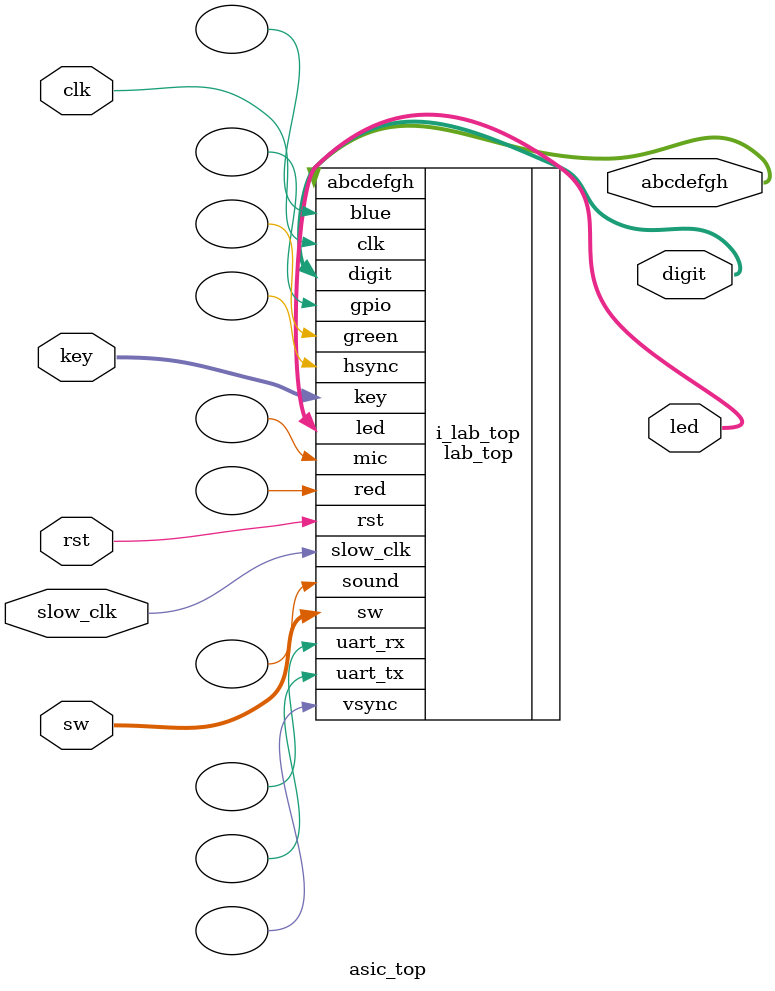
<source format=sv>
`include "config.svh"

module asic_top
# (
    parameter clk_mhz = 50,
              w_key   = 4,
              w_sw    = 8,
              w_led   = 8,
              w_digit = 8,
              w_gpio  = 0
)
(
    input                        clk,
    input                        slow_clk,
    input                        rst,

    // Keys, switches, LEDs

    input        [w_key   - 1:0] key,
    input        [w_sw    - 1:0] sw,
    output logic [w_led   - 1:0] led,

    // A dynamic seven-segment display

    output logic [          7:0] abcdefgh,
    output logic [w_digit - 1:0] digit
);

    lab_top
    # (
        .clk_mhz   ( clk_mhz  ),
        .w_key     ( w_key    ),
        .w_sw      ( w_sw     ),
        .w_led     ( w_led    ),
        .w_digit   ( w_digit  ),
        .w_gpio    ( w_gpio   )
    )
    i_lab_top
    (
        .clk       ( clk      ),
        .slow_clk  ( slow_clk ),
        .rst       ( rst      ),
        .key       ( key      ),
        .sw        ( sw       ),
        .led       ( led      ),
        .abcdefgh  ( abcdefgh ),
        .digit     ( digit    ),

        .vsync     (          ),
        .hsync     (          ),
        .red       (          ),
        .green     (          ),
        .blue      (          ),
        .uart_rx   (          ),
        .uart_tx   (          ),
        .mic       (          ),
        .sound     (          ),
        .gpio      (          )
    );

endmodule

</source>
